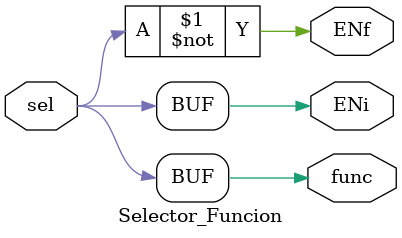
<source format=v>

module Selector_Funcion(
    input sel,
    output func,
    output ENf,
    output ENi
    );

assign func=sel;
assign ENf=~sel;
assign ENi=sel;

endmodule

</source>
